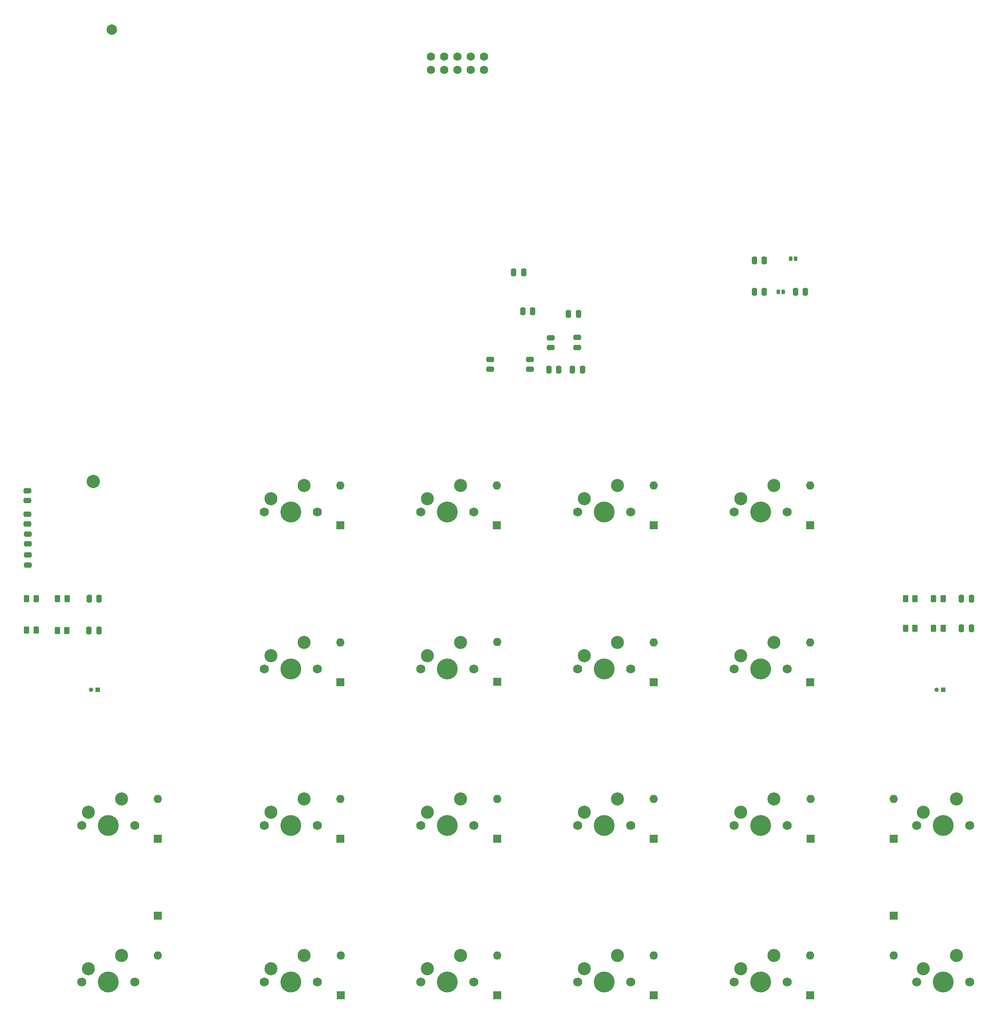
<source format=gbs>
G04 #@! TF.GenerationSoftware,KiCad,Pcbnew,8.0.5*
G04 #@! TF.CreationDate,2024-10-23T12:55:31-04:00*
G04 #@! TF.ProjectId,FULL BOARD,46554c4c-2042-44f4-9152-442e6b696361,rev?*
G04 #@! TF.SameCoordinates,Original*
G04 #@! TF.FileFunction,Soldermask,Bot*
G04 #@! TF.FilePolarity,Negative*
%FSLAX46Y46*%
G04 Gerber Fmt 4.6, Leading zero omitted, Abs format (unit mm)*
G04 Created by KiCad (PCBNEW 8.0.5) date 2024-10-23 12:55:31*
%MOMM*%
%LPD*%
G01*
G04 APERTURE LIST*
G04 Aperture macros list*
%AMRoundRect*
0 Rectangle with rounded corners*
0 $1 Rounding radius*
0 $2 $3 $4 $5 $6 $7 $8 $9 X,Y pos of 4 corners*
0 Add a 4 corners polygon primitive as box body*
4,1,4,$2,$3,$4,$5,$6,$7,$8,$9,$2,$3,0*
0 Add four circle primitives for the rounded corners*
1,1,$1+$1,$2,$3*
1,1,$1+$1,$4,$5*
1,1,$1+$1,$6,$7*
1,1,$1+$1,$8,$9*
0 Add four rect primitives between the rounded corners*
20,1,$1+$1,$2,$3,$4,$5,0*
20,1,$1+$1,$4,$5,$6,$7,0*
20,1,$1+$1,$6,$7,$8,$9,0*
20,1,$1+$1,$8,$9,$2,$3,0*%
G04 Aperture macros list end*
%ADD10C,1.600200*%
%ADD11C,2.540000*%
%ADD12C,1.750000*%
%ADD13C,4.000000*%
%ADD14C,2.500000*%
%ADD15C,2.006600*%
%ADD16RoundRect,0.250000X-0.262500X-0.450000X0.262500X-0.450000X0.262500X0.450000X-0.262500X0.450000X0*%
%ADD17R,1.600000X1.600000*%
%ADD18O,1.600000X1.600000*%
%ADD19R,0.850000X0.850000*%
%ADD20C,0.850000*%
%ADD21RoundRect,0.250000X-0.475000X0.250000X-0.475000X-0.250000X0.475000X-0.250000X0.475000X0.250000X0*%
%ADD22RoundRect,0.250000X-0.250000X-0.475000X0.250000X-0.475000X0.250000X0.475000X-0.250000X0.475000X0*%
%ADD23RoundRect,0.250000X0.250000X0.475000X-0.250000X0.475000X-0.250000X-0.475000X0.250000X-0.475000X0*%
%ADD24RoundRect,0.102000X0.270000X0.300000X-0.270000X0.300000X-0.270000X-0.300000X0.270000X-0.300000X0*%
%ADD25RoundRect,0.250000X0.475000X-0.250000X0.475000X0.250000X-0.475000X0.250000X-0.475000X-0.250000X0*%
G04 APERTURE END LIST*
D10*
X160760000Y-52260000D03*
X160760000Y-54800000D03*
X158220000Y-52260000D03*
X158220000Y-54800000D03*
X155680000Y-52260000D03*
X155680000Y-54800000D03*
X153140000Y-52260000D03*
X153140000Y-54800000D03*
X150600000Y-52260000D03*
X150600000Y-54800000D03*
D11*
X85910000Y-133610000D03*
D12*
X243674000Y-229491400D03*
D13*
X248754000Y-229491400D03*
D12*
X253834000Y-229491400D03*
D14*
X244944000Y-226951400D03*
X251294000Y-224411400D03*
D12*
X148674000Y-229491400D03*
D13*
X153754000Y-229491400D03*
D12*
X158834000Y-229491400D03*
D14*
X149944000Y-226951400D03*
X156294000Y-224411400D03*
D12*
X118674000Y-229491400D03*
D13*
X123754000Y-229491400D03*
D12*
X128834000Y-229491400D03*
D14*
X119944000Y-226951400D03*
X126294000Y-224411400D03*
D12*
X178674000Y-199491400D03*
D13*
X183754000Y-199491400D03*
D12*
X188834000Y-199491400D03*
D14*
X179944000Y-196951400D03*
X186294000Y-194411400D03*
D12*
X83674000Y-199491400D03*
D13*
X88754000Y-199491400D03*
D12*
X93834000Y-199491400D03*
D14*
X84944000Y-196951400D03*
X91294000Y-194411400D03*
D15*
X89500000Y-47100000D03*
D12*
X208674000Y-199491400D03*
D13*
X213754000Y-199491400D03*
D12*
X218834000Y-199491400D03*
D14*
X209944000Y-196951400D03*
X216294000Y-194411400D03*
D12*
X118674000Y-169491400D03*
D13*
X123754000Y-169491400D03*
D12*
X128834000Y-169491400D03*
D14*
X119944000Y-166951400D03*
X126294000Y-164411400D03*
D12*
X118674000Y-199491400D03*
D13*
X123754000Y-199491400D03*
D12*
X128834000Y-199491400D03*
D14*
X119944000Y-196951400D03*
X126294000Y-194411400D03*
D12*
X148674000Y-139491400D03*
D13*
X153754000Y-139491400D03*
D12*
X158834000Y-139491400D03*
D14*
X149944000Y-136951400D03*
X156294000Y-134411400D03*
D12*
X148674000Y-169491400D03*
D13*
X153754000Y-169491400D03*
D12*
X158834000Y-169491400D03*
D14*
X149944000Y-166951400D03*
X156294000Y-164411400D03*
D12*
X208674000Y-229491400D03*
D13*
X213754000Y-229491400D03*
D12*
X218834000Y-229491400D03*
D14*
X209944000Y-226951400D03*
X216294000Y-224411400D03*
D12*
X208674000Y-139491400D03*
D13*
X213754000Y-139491400D03*
D12*
X218834000Y-139491400D03*
D14*
X209944000Y-136951400D03*
X216294000Y-134411400D03*
D12*
X118674000Y-139491400D03*
D13*
X123754000Y-139491400D03*
D12*
X128834000Y-139491400D03*
D14*
X119944000Y-136951400D03*
X126294000Y-134411400D03*
D12*
X83674000Y-229491400D03*
D13*
X88754000Y-229491400D03*
D12*
X93834000Y-229491400D03*
D14*
X84944000Y-226951400D03*
X91294000Y-224411400D03*
D12*
X148674000Y-199491400D03*
D13*
X153754000Y-199491400D03*
D12*
X158834000Y-199491400D03*
D14*
X149944000Y-196951400D03*
X156294000Y-194411400D03*
D12*
X243674000Y-199491400D03*
D13*
X248754000Y-199491400D03*
D12*
X253834000Y-199491400D03*
D14*
X244944000Y-196951400D03*
X251294000Y-194411400D03*
D12*
X208674000Y-169491400D03*
D13*
X213754000Y-169491400D03*
D12*
X218834000Y-169491400D03*
D14*
X209944000Y-166951400D03*
X216294000Y-164411400D03*
D12*
X178674000Y-169491400D03*
D13*
X183754000Y-169491400D03*
D12*
X188834000Y-169491400D03*
D14*
X179944000Y-166951400D03*
X186294000Y-164411400D03*
D12*
X178674000Y-229491400D03*
D13*
X183754000Y-229491400D03*
D12*
X188834000Y-229491400D03*
D14*
X179944000Y-226951400D03*
X186294000Y-224411400D03*
D12*
X178674000Y-139491400D03*
D13*
X183754000Y-139491400D03*
D12*
X188834000Y-139491400D03*
D14*
X179944000Y-136951400D03*
X186294000Y-134411400D03*
D16*
X246887500Y-161710000D03*
X248712500Y-161710000D03*
D17*
X98268000Y-216799400D03*
D18*
X98268000Y-224419400D03*
D17*
X98258000Y-202029400D03*
D18*
X98258000Y-194409400D03*
D17*
X163279000Y-172014000D03*
D18*
X163279000Y-164394000D03*
D19*
X86729999Y-173530000D03*
D20*
X85479999Y-173530000D03*
D21*
X73380600Y-143692800D03*
X73380600Y-145592800D03*
D22*
X212549000Y-97282000D03*
X214449000Y-97282000D03*
D21*
X173507400Y-106070400D03*
X173507400Y-107970400D03*
D17*
X133278000Y-172029400D03*
D18*
X133278000Y-164409400D03*
D22*
X252230000Y-161700000D03*
X254130000Y-161700000D03*
D17*
X193278000Y-142039400D03*
D18*
X193278000Y-134419400D03*
D17*
X239258000Y-216789400D03*
D18*
X239258000Y-224409400D03*
D21*
X178650000Y-106050000D03*
X178650000Y-107950000D03*
D23*
X179620000Y-112190000D03*
X177720000Y-112190000D03*
D21*
X161950000Y-110250000D03*
X161950000Y-112150000D03*
D24*
X220420000Y-90910000D03*
X219556000Y-90910000D03*
D17*
X223288000Y-202019400D03*
D18*
X223288000Y-194399400D03*
D17*
X223278000Y-172019400D03*
D18*
X223278000Y-164399400D03*
D17*
X133268000Y-142029400D03*
D18*
X133268000Y-134409400D03*
D16*
X73147500Y-162080000D03*
X74972500Y-162080000D03*
D17*
X133298000Y-232039400D03*
D18*
X133298000Y-224419400D03*
D17*
X163268000Y-232029400D03*
D18*
X163268000Y-224409400D03*
D25*
X73329800Y-141757400D03*
X73329800Y-139857400D03*
D17*
X133278000Y-202039400D03*
D18*
X133278000Y-194419400D03*
D22*
X212559000Y-91302000D03*
X214459000Y-91302000D03*
D21*
X73329800Y-135387000D03*
X73329800Y-137287000D03*
D22*
X168210000Y-101050000D03*
X170110000Y-101050000D03*
D17*
X193288000Y-202019400D03*
D18*
X193288000Y-194399400D03*
D22*
X220423000Y-97280000D03*
X222323000Y-97280000D03*
D19*
X248749999Y-173490000D03*
D20*
X247499999Y-173490000D03*
D17*
X223278000Y-142029400D03*
D18*
X223278000Y-134409400D03*
D16*
X241495000Y-161700000D03*
X243320000Y-161700000D03*
D23*
X87020000Y-156030000D03*
X85120000Y-156030000D03*
D22*
X166450000Y-93600000D03*
X168350000Y-93600000D03*
D24*
X218053000Y-97280000D03*
X217189000Y-97280000D03*
D16*
X73170000Y-156020000D03*
X74995000Y-156020000D03*
D23*
X254140000Y-156020000D03*
X252240000Y-156020000D03*
D16*
X241500000Y-156020000D03*
X243325000Y-156020000D03*
D22*
X85090000Y-162130000D03*
X86990000Y-162130000D03*
D17*
X193278000Y-172019400D03*
D18*
X193278000Y-164399400D03*
D16*
X246885000Y-156050000D03*
X248710000Y-156050000D03*
D22*
X176966800Y-101574600D03*
X178866800Y-101574600D03*
D17*
X163258000Y-142039400D03*
D18*
X163258000Y-134419400D03*
D17*
X193278000Y-232029400D03*
D18*
X193278000Y-224409400D03*
D22*
X173200000Y-112190000D03*
X175100000Y-112190000D03*
D17*
X163298000Y-202029400D03*
D18*
X163298000Y-194409400D03*
D25*
X169600000Y-112150000D03*
X169600000Y-110250000D03*
D17*
X239228000Y-202029400D03*
D18*
X239228000Y-194409400D03*
D17*
X223258000Y-232019400D03*
D18*
X223258000Y-224399400D03*
D16*
X79027500Y-162120000D03*
X80852500Y-162120000D03*
X79055000Y-156030000D03*
X80880000Y-156030000D03*
D25*
X73406000Y-149606000D03*
X73406000Y-147706000D03*
M02*

</source>
